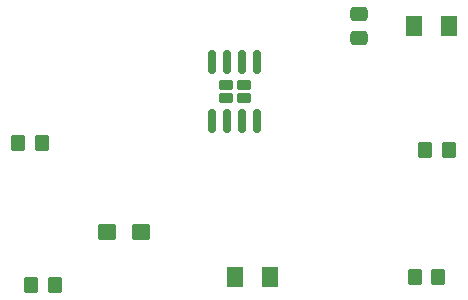
<source format=gbr>
%TF.GenerationSoftware,KiCad,Pcbnew,(6.0.10)*%
%TF.CreationDate,2023-02-17T10:00:27-08:00*%
%TF.ProjectId,exercise2,65786572-6369-4736-9532-2e6b69636164,rev?*%
%TF.SameCoordinates,Original*%
%TF.FileFunction,Paste,Top*%
%TF.FilePolarity,Positive*%
%FSLAX46Y46*%
G04 Gerber Fmt 4.6, Leading zero omitted, Abs format (unit mm)*
G04 Created by KiCad (PCBNEW (6.0.10)) date 2023-02-17 10:00:27*
%MOMM*%
%LPD*%
G01*
G04 APERTURE LIST*
G04 Aperture macros list*
%AMRoundRect*
0 Rectangle with rounded corners*
0 $1 Rounding radius*
0 $2 $3 $4 $5 $6 $7 $8 $9 X,Y pos of 4 corners*
0 Add a 4 corners polygon primitive as box body*
4,1,4,$2,$3,$4,$5,$6,$7,$8,$9,$2,$3,0*
0 Add four circle primitives for the rounded corners*
1,1,$1+$1,$2,$3*
1,1,$1+$1,$4,$5*
1,1,$1+$1,$6,$7*
1,1,$1+$1,$8,$9*
0 Add four rect primitives between the rounded corners*
20,1,$1+$1,$2,$3,$4,$5,0*
20,1,$1+$1,$4,$5,$6,$7,0*
20,1,$1+$1,$6,$7,$8,$9,0*
20,1,$1+$1,$8,$9,$2,$3,0*%
G04 Aperture macros list end*
%ADD10RoundRect,0.230000X0.375000X-0.230000X0.375000X0.230000X-0.375000X0.230000X-0.375000X-0.230000X0*%
%ADD11RoundRect,0.150000X0.150000X-0.825000X0.150000X0.825000X-0.150000X0.825000X-0.150000X-0.825000X0*%
%ADD12RoundRect,0.250000X-0.350000X-0.450000X0.350000X-0.450000X0.350000X0.450000X-0.350000X0.450000X0*%
%ADD13RoundRect,0.250000X0.350000X0.450000X-0.350000X0.450000X-0.350000X-0.450000X0.350000X-0.450000X0*%
%ADD14RoundRect,0.250001X-0.462499X-0.624999X0.462499X-0.624999X0.462499X0.624999X-0.462499X0.624999X0*%
%ADD15RoundRect,0.250001X0.462499X0.624999X-0.462499X0.624999X-0.462499X-0.624999X0.462499X-0.624999X0*%
%ADD16RoundRect,0.250000X-0.475000X0.337500X-0.475000X-0.337500X0.475000X-0.337500X0.475000X0.337500X0*%
%ADD17RoundRect,0.250000X-0.537500X-0.425000X0.537500X-0.425000X0.537500X0.425000X-0.537500X0.425000X0*%
G04 APERTURE END LIST*
D10*
%TO.C,U1*%
X135415000Y-76340000D03*
X136915000Y-75200000D03*
X135415000Y-75200000D03*
X136915000Y-76340000D03*
D11*
X134260000Y-78245000D03*
X135530000Y-78245000D03*
X136800000Y-78245000D03*
X138070000Y-78245000D03*
X138070000Y-73295000D03*
X136800000Y-73295000D03*
X135530000Y-73295000D03*
X134260000Y-73295000D03*
%TD*%
D12*
%TO.C,R4*%
X152308256Y-80675000D03*
X154308256Y-80675000D03*
%TD*%
%TO.C,R3*%
X151400000Y-91440000D03*
X153400000Y-91440000D03*
%TD*%
%TO.C,R2*%
X117834128Y-80150000D03*
X119834128Y-80150000D03*
%TD*%
D13*
%TO.C,R1*%
X120907064Y-92100000D03*
X118907064Y-92100000D03*
%TD*%
D14*
%TO.C,D2*%
X151312500Y-70240000D03*
X154287500Y-70240000D03*
%TD*%
D15*
%TO.C,D1*%
X139130000Y-91440000D03*
X136155000Y-91440000D03*
%TD*%
D16*
%TO.C,C2*%
X146691252Y-69156240D03*
X146691252Y-71231240D03*
%TD*%
D17*
%TO.C,C1*%
X125377500Y-87635000D03*
X128252500Y-87635000D03*
%TD*%
M02*

</source>
